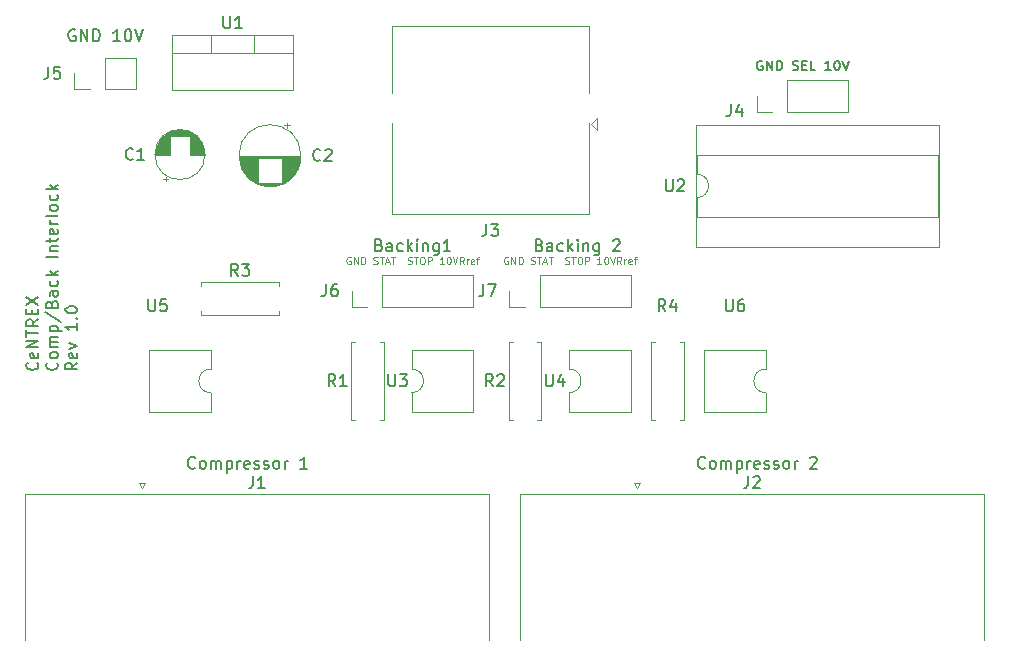
<source format=gto>
G04 #@! TF.GenerationSoftware,KiCad,Pcbnew,(6.0.0-rc1-dev-392-gd9d005190)*
G04 #@! TF.CreationDate,2019-08-06T21:11:29-04:00*
G04 #@! TF.ProjectId,relay_ctrl_compressor_bainet,72656C61795F6374726C5F636F6D7072,rev?*
G04 #@! TF.SameCoordinates,Original*
G04 #@! TF.FileFunction,Legend,Top*
G04 #@! TF.FilePolarity,Positive*
%FSLAX46Y46*%
G04 Gerber Fmt 4.6, Leading zero omitted, Abs format (unit mm)*
G04 Created by KiCad (PCBNEW (6.0.0-rc1-dev-392-gd9d005190)) date 08/06/19 21:11:29*
%MOMM*%
%LPD*%
G01*
G04 APERTURE LIST*
%ADD10C,0.150000*%
%ADD11C,0.125000*%
%ADD12C,0.120000*%
G04 APERTURE END LIST*
D10*
X143294523Y-85325000D02*
X143218333Y-85286904D01*
X143104047Y-85286904D01*
X142989761Y-85325000D01*
X142913571Y-85401190D01*
X142875476Y-85477380D01*
X142837380Y-85629761D01*
X142837380Y-85744047D01*
X142875476Y-85896428D01*
X142913571Y-85972619D01*
X142989761Y-86048809D01*
X143104047Y-86086904D01*
X143180238Y-86086904D01*
X143294523Y-86048809D01*
X143332619Y-86010714D01*
X143332619Y-85744047D01*
X143180238Y-85744047D01*
X143675476Y-86086904D02*
X143675476Y-85286904D01*
X144132619Y-86086904D01*
X144132619Y-85286904D01*
X144513571Y-86086904D02*
X144513571Y-85286904D01*
X144704047Y-85286904D01*
X144818333Y-85325000D01*
X144894523Y-85401190D01*
X144932619Y-85477380D01*
X144970714Y-85629761D01*
X144970714Y-85744047D01*
X144932619Y-85896428D01*
X144894523Y-85972619D01*
X144818333Y-86048809D01*
X144704047Y-86086904D01*
X144513571Y-86086904D01*
X145885000Y-86048809D02*
X145999285Y-86086904D01*
X146189761Y-86086904D01*
X146265952Y-86048809D01*
X146304047Y-86010714D01*
X146342142Y-85934523D01*
X146342142Y-85858333D01*
X146304047Y-85782142D01*
X146265952Y-85744047D01*
X146189761Y-85705952D01*
X146037380Y-85667857D01*
X145961190Y-85629761D01*
X145923095Y-85591666D01*
X145885000Y-85515476D01*
X145885000Y-85439285D01*
X145923095Y-85363095D01*
X145961190Y-85325000D01*
X146037380Y-85286904D01*
X146227857Y-85286904D01*
X146342142Y-85325000D01*
X146685000Y-85667857D02*
X146951666Y-85667857D01*
X147065952Y-86086904D02*
X146685000Y-86086904D01*
X146685000Y-85286904D01*
X147065952Y-85286904D01*
X147789761Y-86086904D02*
X147408809Y-86086904D01*
X147408809Y-85286904D01*
X149085000Y-86086904D02*
X148627857Y-86086904D01*
X148856428Y-86086904D02*
X148856428Y-85286904D01*
X148780238Y-85401190D01*
X148704047Y-85477380D01*
X148627857Y-85515476D01*
X149580238Y-85286904D02*
X149656428Y-85286904D01*
X149732619Y-85325000D01*
X149770714Y-85363095D01*
X149808809Y-85439285D01*
X149846904Y-85591666D01*
X149846904Y-85782142D01*
X149808809Y-85934523D01*
X149770714Y-86010714D01*
X149732619Y-86048809D01*
X149656428Y-86086904D01*
X149580238Y-86086904D01*
X149504047Y-86048809D01*
X149465952Y-86010714D01*
X149427857Y-85934523D01*
X149389761Y-85782142D01*
X149389761Y-85591666D01*
X149427857Y-85439285D01*
X149465952Y-85363095D01*
X149504047Y-85325000D01*
X149580238Y-85286904D01*
X150075476Y-85286904D02*
X150342142Y-86086904D01*
X150608809Y-85286904D01*
D11*
X108422142Y-101935000D02*
X108365000Y-101906428D01*
X108279285Y-101906428D01*
X108193571Y-101935000D01*
X108136428Y-101992142D01*
X108107857Y-102049285D01*
X108079285Y-102163571D01*
X108079285Y-102249285D01*
X108107857Y-102363571D01*
X108136428Y-102420714D01*
X108193571Y-102477857D01*
X108279285Y-102506428D01*
X108336428Y-102506428D01*
X108422142Y-102477857D01*
X108450714Y-102449285D01*
X108450714Y-102249285D01*
X108336428Y-102249285D01*
X108707857Y-102506428D02*
X108707857Y-101906428D01*
X109050714Y-102506428D01*
X109050714Y-101906428D01*
X109336428Y-102506428D02*
X109336428Y-101906428D01*
X109479285Y-101906428D01*
X109565000Y-101935000D01*
X109622142Y-101992142D01*
X109650714Y-102049285D01*
X109679285Y-102163571D01*
X109679285Y-102249285D01*
X109650714Y-102363571D01*
X109622142Y-102420714D01*
X109565000Y-102477857D01*
X109479285Y-102506428D01*
X109336428Y-102506428D01*
X110365000Y-102477857D02*
X110450714Y-102506428D01*
X110593571Y-102506428D01*
X110650714Y-102477857D01*
X110679285Y-102449285D01*
X110707857Y-102392142D01*
X110707857Y-102335000D01*
X110679285Y-102277857D01*
X110650714Y-102249285D01*
X110593571Y-102220714D01*
X110479285Y-102192142D01*
X110422142Y-102163571D01*
X110393571Y-102135000D01*
X110365000Y-102077857D01*
X110365000Y-102020714D01*
X110393571Y-101963571D01*
X110422142Y-101935000D01*
X110479285Y-101906428D01*
X110622142Y-101906428D01*
X110707857Y-101935000D01*
X110879285Y-101906428D02*
X111222142Y-101906428D01*
X111050714Y-102506428D02*
X111050714Y-101906428D01*
X111393571Y-102335000D02*
X111679285Y-102335000D01*
X111336428Y-102506428D02*
X111536428Y-101906428D01*
X111736428Y-102506428D01*
X111850714Y-101906428D02*
X112193571Y-101906428D01*
X112022142Y-102506428D02*
X112022142Y-101906428D01*
X113279285Y-102477857D02*
X113365000Y-102506428D01*
X113507857Y-102506428D01*
X113565000Y-102477857D01*
X113593571Y-102449285D01*
X113622142Y-102392142D01*
X113622142Y-102335000D01*
X113593571Y-102277857D01*
X113565000Y-102249285D01*
X113507857Y-102220714D01*
X113393571Y-102192142D01*
X113336428Y-102163571D01*
X113307857Y-102135000D01*
X113279285Y-102077857D01*
X113279285Y-102020714D01*
X113307857Y-101963571D01*
X113336428Y-101935000D01*
X113393571Y-101906428D01*
X113536428Y-101906428D01*
X113622142Y-101935000D01*
X113793571Y-101906428D02*
X114136428Y-101906428D01*
X113965000Y-102506428D02*
X113965000Y-101906428D01*
X114450714Y-101906428D02*
X114565000Y-101906428D01*
X114622142Y-101935000D01*
X114679285Y-101992142D01*
X114707857Y-102106428D01*
X114707857Y-102306428D01*
X114679285Y-102420714D01*
X114622142Y-102477857D01*
X114565000Y-102506428D01*
X114450714Y-102506428D01*
X114393571Y-102477857D01*
X114336428Y-102420714D01*
X114307857Y-102306428D01*
X114307857Y-102106428D01*
X114336428Y-101992142D01*
X114393571Y-101935000D01*
X114450714Y-101906428D01*
X114965000Y-102506428D02*
X114965000Y-101906428D01*
X115193571Y-101906428D01*
X115250714Y-101935000D01*
X115279285Y-101963571D01*
X115307857Y-102020714D01*
X115307857Y-102106428D01*
X115279285Y-102163571D01*
X115250714Y-102192142D01*
X115193571Y-102220714D01*
X114965000Y-102220714D01*
X116336428Y-102506428D02*
X115993571Y-102506428D01*
X116165000Y-102506428D02*
X116165000Y-101906428D01*
X116107857Y-101992142D01*
X116050714Y-102049285D01*
X115993571Y-102077857D01*
X116707857Y-101906428D02*
X116765000Y-101906428D01*
X116822142Y-101935000D01*
X116850714Y-101963571D01*
X116879285Y-102020714D01*
X116907857Y-102135000D01*
X116907857Y-102277857D01*
X116879285Y-102392142D01*
X116850714Y-102449285D01*
X116822142Y-102477857D01*
X116765000Y-102506428D01*
X116707857Y-102506428D01*
X116650714Y-102477857D01*
X116622142Y-102449285D01*
X116593571Y-102392142D01*
X116565000Y-102277857D01*
X116565000Y-102135000D01*
X116593571Y-102020714D01*
X116622142Y-101963571D01*
X116650714Y-101935000D01*
X116707857Y-101906428D01*
X117079285Y-101906428D02*
X117279285Y-102506428D01*
X117479285Y-101906428D01*
X118022142Y-102506428D02*
X117822142Y-102220714D01*
X117679285Y-102506428D02*
X117679285Y-101906428D01*
X117907857Y-101906428D01*
X117965000Y-101935000D01*
X117993571Y-101963571D01*
X118022142Y-102020714D01*
X118022142Y-102106428D01*
X117993571Y-102163571D01*
X117965000Y-102192142D01*
X117907857Y-102220714D01*
X117679285Y-102220714D01*
X118279285Y-102506428D02*
X118279285Y-102106428D01*
X118279285Y-102220714D02*
X118307857Y-102163571D01*
X118336428Y-102135000D01*
X118393571Y-102106428D01*
X118450714Y-102106428D01*
X118879285Y-102477857D02*
X118822142Y-102506428D01*
X118707857Y-102506428D01*
X118650714Y-102477857D01*
X118622142Y-102420714D01*
X118622142Y-102192142D01*
X118650714Y-102135000D01*
X118707857Y-102106428D01*
X118822142Y-102106428D01*
X118879285Y-102135000D01*
X118907857Y-102192142D01*
X118907857Y-102249285D01*
X118622142Y-102306428D01*
X119079285Y-102106428D02*
X119307857Y-102106428D01*
X119165000Y-102506428D02*
X119165000Y-101992142D01*
X119193571Y-101935000D01*
X119250714Y-101906428D01*
X119307857Y-101906428D01*
D10*
X81892142Y-110852976D02*
X81939761Y-110900595D01*
X81987380Y-111043452D01*
X81987380Y-111138690D01*
X81939761Y-111281547D01*
X81844523Y-111376785D01*
X81749285Y-111424404D01*
X81558809Y-111472023D01*
X81415952Y-111472023D01*
X81225476Y-111424404D01*
X81130238Y-111376785D01*
X81035000Y-111281547D01*
X80987380Y-111138690D01*
X80987380Y-111043452D01*
X81035000Y-110900595D01*
X81082619Y-110852976D01*
X81939761Y-110043452D02*
X81987380Y-110138690D01*
X81987380Y-110329166D01*
X81939761Y-110424404D01*
X81844523Y-110472023D01*
X81463571Y-110472023D01*
X81368333Y-110424404D01*
X81320714Y-110329166D01*
X81320714Y-110138690D01*
X81368333Y-110043452D01*
X81463571Y-109995833D01*
X81558809Y-109995833D01*
X81654047Y-110472023D01*
X81987380Y-109567261D02*
X80987380Y-109567261D01*
X81987380Y-108995833D01*
X80987380Y-108995833D01*
X80987380Y-108662500D02*
X80987380Y-108091071D01*
X81987380Y-108376785D02*
X80987380Y-108376785D01*
X81987380Y-107186309D02*
X81511190Y-107519642D01*
X81987380Y-107757738D02*
X80987380Y-107757738D01*
X80987380Y-107376785D01*
X81035000Y-107281547D01*
X81082619Y-107233928D01*
X81177857Y-107186309D01*
X81320714Y-107186309D01*
X81415952Y-107233928D01*
X81463571Y-107281547D01*
X81511190Y-107376785D01*
X81511190Y-107757738D01*
X81463571Y-106757738D02*
X81463571Y-106424404D01*
X81987380Y-106281547D02*
X81987380Y-106757738D01*
X80987380Y-106757738D01*
X80987380Y-106281547D01*
X80987380Y-105948214D02*
X81987380Y-105281547D01*
X80987380Y-105281547D02*
X81987380Y-105948214D01*
X83542142Y-110852976D02*
X83589761Y-110900595D01*
X83637380Y-111043452D01*
X83637380Y-111138690D01*
X83589761Y-111281547D01*
X83494523Y-111376785D01*
X83399285Y-111424404D01*
X83208809Y-111472023D01*
X83065952Y-111472023D01*
X82875476Y-111424404D01*
X82780238Y-111376785D01*
X82685000Y-111281547D01*
X82637380Y-111138690D01*
X82637380Y-111043452D01*
X82685000Y-110900595D01*
X82732619Y-110852976D01*
X83637380Y-110281547D02*
X83589761Y-110376785D01*
X83542142Y-110424404D01*
X83446904Y-110472023D01*
X83161190Y-110472023D01*
X83065952Y-110424404D01*
X83018333Y-110376785D01*
X82970714Y-110281547D01*
X82970714Y-110138690D01*
X83018333Y-110043452D01*
X83065952Y-109995833D01*
X83161190Y-109948214D01*
X83446904Y-109948214D01*
X83542142Y-109995833D01*
X83589761Y-110043452D01*
X83637380Y-110138690D01*
X83637380Y-110281547D01*
X83637380Y-109519642D02*
X82970714Y-109519642D01*
X83065952Y-109519642D02*
X83018333Y-109472023D01*
X82970714Y-109376785D01*
X82970714Y-109233928D01*
X83018333Y-109138690D01*
X83113571Y-109091071D01*
X83637380Y-109091071D01*
X83113571Y-109091071D02*
X83018333Y-109043452D01*
X82970714Y-108948214D01*
X82970714Y-108805357D01*
X83018333Y-108710119D01*
X83113571Y-108662500D01*
X83637380Y-108662500D01*
X82970714Y-108186309D02*
X83970714Y-108186309D01*
X83018333Y-108186309D02*
X82970714Y-108091071D01*
X82970714Y-107900595D01*
X83018333Y-107805357D01*
X83065952Y-107757738D01*
X83161190Y-107710119D01*
X83446904Y-107710119D01*
X83542142Y-107757738D01*
X83589761Y-107805357D01*
X83637380Y-107900595D01*
X83637380Y-108091071D01*
X83589761Y-108186309D01*
X82589761Y-106567261D02*
X83875476Y-107424404D01*
X83113571Y-105900595D02*
X83161190Y-105757738D01*
X83208809Y-105710119D01*
X83304047Y-105662500D01*
X83446904Y-105662500D01*
X83542142Y-105710119D01*
X83589761Y-105757738D01*
X83637380Y-105852976D01*
X83637380Y-106233928D01*
X82637380Y-106233928D01*
X82637380Y-105900595D01*
X82685000Y-105805357D01*
X82732619Y-105757738D01*
X82827857Y-105710119D01*
X82923095Y-105710119D01*
X83018333Y-105757738D01*
X83065952Y-105805357D01*
X83113571Y-105900595D01*
X83113571Y-106233928D01*
X83637380Y-104805357D02*
X83113571Y-104805357D01*
X83018333Y-104852976D01*
X82970714Y-104948214D01*
X82970714Y-105138690D01*
X83018333Y-105233928D01*
X83589761Y-104805357D02*
X83637380Y-104900595D01*
X83637380Y-105138690D01*
X83589761Y-105233928D01*
X83494523Y-105281547D01*
X83399285Y-105281547D01*
X83304047Y-105233928D01*
X83256428Y-105138690D01*
X83256428Y-104900595D01*
X83208809Y-104805357D01*
X83589761Y-103900595D02*
X83637380Y-103995833D01*
X83637380Y-104186309D01*
X83589761Y-104281547D01*
X83542142Y-104329166D01*
X83446904Y-104376785D01*
X83161190Y-104376785D01*
X83065952Y-104329166D01*
X83018333Y-104281547D01*
X82970714Y-104186309D01*
X82970714Y-103995833D01*
X83018333Y-103900595D01*
X83637380Y-103472023D02*
X82637380Y-103472023D01*
X83256428Y-103376785D02*
X83637380Y-103091071D01*
X82970714Y-103091071D02*
X83351666Y-103472023D01*
X83637380Y-101900595D02*
X82637380Y-101900595D01*
X82970714Y-101424404D02*
X83637380Y-101424404D01*
X83065952Y-101424404D02*
X83018333Y-101376785D01*
X82970714Y-101281547D01*
X82970714Y-101138690D01*
X83018333Y-101043452D01*
X83113571Y-100995833D01*
X83637380Y-100995833D01*
X82970714Y-100662500D02*
X82970714Y-100281547D01*
X82637380Y-100519642D02*
X83494523Y-100519642D01*
X83589761Y-100472023D01*
X83637380Y-100376785D01*
X83637380Y-100281547D01*
X83589761Y-99567261D02*
X83637380Y-99662500D01*
X83637380Y-99852976D01*
X83589761Y-99948214D01*
X83494523Y-99995833D01*
X83113571Y-99995833D01*
X83018333Y-99948214D01*
X82970714Y-99852976D01*
X82970714Y-99662500D01*
X83018333Y-99567261D01*
X83113571Y-99519642D01*
X83208809Y-99519642D01*
X83304047Y-99995833D01*
X83637380Y-99091071D02*
X82970714Y-99091071D01*
X83161190Y-99091071D02*
X83065952Y-99043452D01*
X83018333Y-98995833D01*
X82970714Y-98900595D01*
X82970714Y-98805357D01*
X83637380Y-98329166D02*
X83589761Y-98424404D01*
X83494523Y-98472023D01*
X82637380Y-98472023D01*
X83637380Y-97805357D02*
X83589761Y-97900595D01*
X83542142Y-97948214D01*
X83446904Y-97995833D01*
X83161190Y-97995833D01*
X83065952Y-97948214D01*
X83018333Y-97900595D01*
X82970714Y-97805357D01*
X82970714Y-97662500D01*
X83018333Y-97567261D01*
X83065952Y-97519642D01*
X83161190Y-97472023D01*
X83446904Y-97472023D01*
X83542142Y-97519642D01*
X83589761Y-97567261D01*
X83637380Y-97662500D01*
X83637380Y-97805357D01*
X83589761Y-96614880D02*
X83637380Y-96710119D01*
X83637380Y-96900595D01*
X83589761Y-96995833D01*
X83542142Y-97043452D01*
X83446904Y-97091071D01*
X83161190Y-97091071D01*
X83065952Y-97043452D01*
X83018333Y-96995833D01*
X82970714Y-96900595D01*
X82970714Y-96710119D01*
X83018333Y-96614880D01*
X83637380Y-96186309D02*
X82637380Y-96186309D01*
X83256428Y-96091071D02*
X83637380Y-95805357D01*
X82970714Y-95805357D02*
X83351666Y-96186309D01*
X85287380Y-110852976D02*
X84811190Y-111186309D01*
X85287380Y-111424404D02*
X84287380Y-111424404D01*
X84287380Y-111043452D01*
X84335000Y-110948214D01*
X84382619Y-110900595D01*
X84477857Y-110852976D01*
X84620714Y-110852976D01*
X84715952Y-110900595D01*
X84763571Y-110948214D01*
X84811190Y-111043452D01*
X84811190Y-111424404D01*
X85239761Y-110043452D02*
X85287380Y-110138690D01*
X85287380Y-110329166D01*
X85239761Y-110424404D01*
X85144523Y-110472023D01*
X84763571Y-110472023D01*
X84668333Y-110424404D01*
X84620714Y-110329166D01*
X84620714Y-110138690D01*
X84668333Y-110043452D01*
X84763571Y-109995833D01*
X84858809Y-109995833D01*
X84954047Y-110472023D01*
X84620714Y-109662500D02*
X85287380Y-109424404D01*
X84620714Y-109186309D01*
X85287380Y-107519642D02*
X85287380Y-108091071D01*
X85287380Y-107805357D02*
X84287380Y-107805357D01*
X84430238Y-107900595D01*
X84525476Y-107995833D01*
X84573095Y-108091071D01*
X85192142Y-107091071D02*
X85239761Y-107043452D01*
X85287380Y-107091071D01*
X85239761Y-107138690D01*
X85192142Y-107091071D01*
X85287380Y-107091071D01*
X84287380Y-106424404D02*
X84287380Y-106329166D01*
X84335000Y-106233928D01*
X84382619Y-106186309D01*
X84477857Y-106138690D01*
X84668333Y-106091071D01*
X84906428Y-106091071D01*
X85096904Y-106138690D01*
X85192142Y-106186309D01*
X85239761Y-106233928D01*
X85287380Y-106329166D01*
X85287380Y-106424404D01*
X85239761Y-106519642D01*
X85192142Y-106567261D01*
X85096904Y-106614880D01*
X84906428Y-106662500D01*
X84668333Y-106662500D01*
X84477857Y-106614880D01*
X84382619Y-106567261D01*
X84335000Y-106519642D01*
X84287380Y-106424404D01*
X85106190Y-82685000D02*
X85010952Y-82637380D01*
X84868095Y-82637380D01*
X84725238Y-82685000D01*
X84630000Y-82780238D01*
X84582380Y-82875476D01*
X84534761Y-83065952D01*
X84534761Y-83208809D01*
X84582380Y-83399285D01*
X84630000Y-83494523D01*
X84725238Y-83589761D01*
X84868095Y-83637380D01*
X84963333Y-83637380D01*
X85106190Y-83589761D01*
X85153809Y-83542142D01*
X85153809Y-83208809D01*
X84963333Y-83208809D01*
X85582380Y-83637380D02*
X85582380Y-82637380D01*
X86153809Y-83637380D01*
X86153809Y-82637380D01*
X86630000Y-83637380D02*
X86630000Y-82637380D01*
X86868095Y-82637380D01*
X87010952Y-82685000D01*
X87106190Y-82780238D01*
X87153809Y-82875476D01*
X87201428Y-83065952D01*
X87201428Y-83208809D01*
X87153809Y-83399285D01*
X87106190Y-83494523D01*
X87010952Y-83589761D01*
X86868095Y-83637380D01*
X86630000Y-83637380D01*
X88915714Y-83637380D02*
X88344285Y-83637380D01*
X88630000Y-83637380D02*
X88630000Y-82637380D01*
X88534761Y-82780238D01*
X88439523Y-82875476D01*
X88344285Y-82923095D01*
X89534761Y-82637380D02*
X89630000Y-82637380D01*
X89725238Y-82685000D01*
X89772857Y-82732619D01*
X89820476Y-82827857D01*
X89868095Y-83018333D01*
X89868095Y-83256428D01*
X89820476Y-83446904D01*
X89772857Y-83542142D01*
X89725238Y-83589761D01*
X89630000Y-83637380D01*
X89534761Y-83637380D01*
X89439523Y-83589761D01*
X89391904Y-83542142D01*
X89344285Y-83446904D01*
X89296666Y-83256428D01*
X89296666Y-83018333D01*
X89344285Y-82827857D01*
X89391904Y-82732619D01*
X89439523Y-82685000D01*
X89534761Y-82637380D01*
X90153809Y-82637380D02*
X90487142Y-83637380D01*
X90820476Y-82637380D01*
X138446428Y-119737142D02*
X138398809Y-119784761D01*
X138255952Y-119832380D01*
X138160714Y-119832380D01*
X138017857Y-119784761D01*
X137922619Y-119689523D01*
X137875000Y-119594285D01*
X137827380Y-119403809D01*
X137827380Y-119260952D01*
X137875000Y-119070476D01*
X137922619Y-118975238D01*
X138017857Y-118880000D01*
X138160714Y-118832380D01*
X138255952Y-118832380D01*
X138398809Y-118880000D01*
X138446428Y-118927619D01*
X139017857Y-119832380D02*
X138922619Y-119784761D01*
X138875000Y-119737142D01*
X138827380Y-119641904D01*
X138827380Y-119356190D01*
X138875000Y-119260952D01*
X138922619Y-119213333D01*
X139017857Y-119165714D01*
X139160714Y-119165714D01*
X139255952Y-119213333D01*
X139303571Y-119260952D01*
X139351190Y-119356190D01*
X139351190Y-119641904D01*
X139303571Y-119737142D01*
X139255952Y-119784761D01*
X139160714Y-119832380D01*
X139017857Y-119832380D01*
X139779761Y-119832380D02*
X139779761Y-119165714D01*
X139779761Y-119260952D02*
X139827380Y-119213333D01*
X139922619Y-119165714D01*
X140065476Y-119165714D01*
X140160714Y-119213333D01*
X140208333Y-119308571D01*
X140208333Y-119832380D01*
X140208333Y-119308571D02*
X140255952Y-119213333D01*
X140351190Y-119165714D01*
X140494047Y-119165714D01*
X140589285Y-119213333D01*
X140636904Y-119308571D01*
X140636904Y-119832380D01*
X141113095Y-119165714D02*
X141113095Y-120165714D01*
X141113095Y-119213333D02*
X141208333Y-119165714D01*
X141398809Y-119165714D01*
X141494047Y-119213333D01*
X141541666Y-119260952D01*
X141589285Y-119356190D01*
X141589285Y-119641904D01*
X141541666Y-119737142D01*
X141494047Y-119784761D01*
X141398809Y-119832380D01*
X141208333Y-119832380D01*
X141113095Y-119784761D01*
X142017857Y-119832380D02*
X142017857Y-119165714D01*
X142017857Y-119356190D02*
X142065476Y-119260952D01*
X142113095Y-119213333D01*
X142208333Y-119165714D01*
X142303571Y-119165714D01*
X143017857Y-119784761D02*
X142922619Y-119832380D01*
X142732142Y-119832380D01*
X142636904Y-119784761D01*
X142589285Y-119689523D01*
X142589285Y-119308571D01*
X142636904Y-119213333D01*
X142732142Y-119165714D01*
X142922619Y-119165714D01*
X143017857Y-119213333D01*
X143065476Y-119308571D01*
X143065476Y-119403809D01*
X142589285Y-119499047D01*
X143446428Y-119784761D02*
X143541666Y-119832380D01*
X143732142Y-119832380D01*
X143827380Y-119784761D01*
X143875000Y-119689523D01*
X143875000Y-119641904D01*
X143827380Y-119546666D01*
X143732142Y-119499047D01*
X143589285Y-119499047D01*
X143494047Y-119451428D01*
X143446428Y-119356190D01*
X143446428Y-119308571D01*
X143494047Y-119213333D01*
X143589285Y-119165714D01*
X143732142Y-119165714D01*
X143827380Y-119213333D01*
X144255952Y-119784761D02*
X144351190Y-119832380D01*
X144541666Y-119832380D01*
X144636904Y-119784761D01*
X144684523Y-119689523D01*
X144684523Y-119641904D01*
X144636904Y-119546666D01*
X144541666Y-119499047D01*
X144398809Y-119499047D01*
X144303571Y-119451428D01*
X144255952Y-119356190D01*
X144255952Y-119308571D01*
X144303571Y-119213333D01*
X144398809Y-119165714D01*
X144541666Y-119165714D01*
X144636904Y-119213333D01*
X145255952Y-119832380D02*
X145160714Y-119784761D01*
X145113095Y-119737142D01*
X145065476Y-119641904D01*
X145065476Y-119356190D01*
X145113095Y-119260952D01*
X145160714Y-119213333D01*
X145255952Y-119165714D01*
X145398809Y-119165714D01*
X145494047Y-119213333D01*
X145541666Y-119260952D01*
X145589285Y-119356190D01*
X145589285Y-119641904D01*
X145541666Y-119737142D01*
X145494047Y-119784761D01*
X145398809Y-119832380D01*
X145255952Y-119832380D01*
X146017857Y-119832380D02*
X146017857Y-119165714D01*
X146017857Y-119356190D02*
X146065476Y-119260952D01*
X146113095Y-119213333D01*
X146208333Y-119165714D01*
X146303571Y-119165714D01*
X147351190Y-118927619D02*
X147398809Y-118880000D01*
X147494047Y-118832380D01*
X147732142Y-118832380D01*
X147827380Y-118880000D01*
X147875000Y-118927619D01*
X147922619Y-119022857D01*
X147922619Y-119118095D01*
X147875000Y-119260952D01*
X147303571Y-119832380D01*
X147922619Y-119832380D01*
X95266428Y-119737142D02*
X95218809Y-119784761D01*
X95075952Y-119832380D01*
X94980714Y-119832380D01*
X94837857Y-119784761D01*
X94742619Y-119689523D01*
X94695000Y-119594285D01*
X94647380Y-119403809D01*
X94647380Y-119260952D01*
X94695000Y-119070476D01*
X94742619Y-118975238D01*
X94837857Y-118880000D01*
X94980714Y-118832380D01*
X95075952Y-118832380D01*
X95218809Y-118880000D01*
X95266428Y-118927619D01*
X95837857Y-119832380D02*
X95742619Y-119784761D01*
X95695000Y-119737142D01*
X95647380Y-119641904D01*
X95647380Y-119356190D01*
X95695000Y-119260952D01*
X95742619Y-119213333D01*
X95837857Y-119165714D01*
X95980714Y-119165714D01*
X96075952Y-119213333D01*
X96123571Y-119260952D01*
X96171190Y-119356190D01*
X96171190Y-119641904D01*
X96123571Y-119737142D01*
X96075952Y-119784761D01*
X95980714Y-119832380D01*
X95837857Y-119832380D01*
X96599761Y-119832380D02*
X96599761Y-119165714D01*
X96599761Y-119260952D02*
X96647380Y-119213333D01*
X96742619Y-119165714D01*
X96885476Y-119165714D01*
X96980714Y-119213333D01*
X97028333Y-119308571D01*
X97028333Y-119832380D01*
X97028333Y-119308571D02*
X97075952Y-119213333D01*
X97171190Y-119165714D01*
X97314047Y-119165714D01*
X97409285Y-119213333D01*
X97456904Y-119308571D01*
X97456904Y-119832380D01*
X97933095Y-119165714D02*
X97933095Y-120165714D01*
X97933095Y-119213333D02*
X98028333Y-119165714D01*
X98218809Y-119165714D01*
X98314047Y-119213333D01*
X98361666Y-119260952D01*
X98409285Y-119356190D01*
X98409285Y-119641904D01*
X98361666Y-119737142D01*
X98314047Y-119784761D01*
X98218809Y-119832380D01*
X98028333Y-119832380D01*
X97933095Y-119784761D01*
X98837857Y-119832380D02*
X98837857Y-119165714D01*
X98837857Y-119356190D02*
X98885476Y-119260952D01*
X98933095Y-119213333D01*
X99028333Y-119165714D01*
X99123571Y-119165714D01*
X99837857Y-119784761D02*
X99742619Y-119832380D01*
X99552142Y-119832380D01*
X99456904Y-119784761D01*
X99409285Y-119689523D01*
X99409285Y-119308571D01*
X99456904Y-119213333D01*
X99552142Y-119165714D01*
X99742619Y-119165714D01*
X99837857Y-119213333D01*
X99885476Y-119308571D01*
X99885476Y-119403809D01*
X99409285Y-119499047D01*
X100266428Y-119784761D02*
X100361666Y-119832380D01*
X100552142Y-119832380D01*
X100647380Y-119784761D01*
X100695000Y-119689523D01*
X100695000Y-119641904D01*
X100647380Y-119546666D01*
X100552142Y-119499047D01*
X100409285Y-119499047D01*
X100314047Y-119451428D01*
X100266428Y-119356190D01*
X100266428Y-119308571D01*
X100314047Y-119213333D01*
X100409285Y-119165714D01*
X100552142Y-119165714D01*
X100647380Y-119213333D01*
X101075952Y-119784761D02*
X101171190Y-119832380D01*
X101361666Y-119832380D01*
X101456904Y-119784761D01*
X101504523Y-119689523D01*
X101504523Y-119641904D01*
X101456904Y-119546666D01*
X101361666Y-119499047D01*
X101218809Y-119499047D01*
X101123571Y-119451428D01*
X101075952Y-119356190D01*
X101075952Y-119308571D01*
X101123571Y-119213333D01*
X101218809Y-119165714D01*
X101361666Y-119165714D01*
X101456904Y-119213333D01*
X102075952Y-119832380D02*
X101980714Y-119784761D01*
X101933095Y-119737142D01*
X101885476Y-119641904D01*
X101885476Y-119356190D01*
X101933095Y-119260952D01*
X101980714Y-119213333D01*
X102075952Y-119165714D01*
X102218809Y-119165714D01*
X102314047Y-119213333D01*
X102361666Y-119260952D01*
X102409285Y-119356190D01*
X102409285Y-119641904D01*
X102361666Y-119737142D01*
X102314047Y-119784761D01*
X102218809Y-119832380D01*
X102075952Y-119832380D01*
X102837857Y-119832380D02*
X102837857Y-119165714D01*
X102837857Y-119356190D02*
X102885476Y-119260952D01*
X102933095Y-119213333D01*
X103028333Y-119165714D01*
X103123571Y-119165714D01*
X104742619Y-119832380D02*
X104171190Y-119832380D01*
X104456904Y-119832380D02*
X104456904Y-118832380D01*
X104361666Y-118975238D01*
X104266428Y-119070476D01*
X104171190Y-119118095D01*
D11*
X121757142Y-101935000D02*
X121700000Y-101906428D01*
X121614285Y-101906428D01*
X121528571Y-101935000D01*
X121471428Y-101992142D01*
X121442857Y-102049285D01*
X121414285Y-102163571D01*
X121414285Y-102249285D01*
X121442857Y-102363571D01*
X121471428Y-102420714D01*
X121528571Y-102477857D01*
X121614285Y-102506428D01*
X121671428Y-102506428D01*
X121757142Y-102477857D01*
X121785714Y-102449285D01*
X121785714Y-102249285D01*
X121671428Y-102249285D01*
X122042857Y-102506428D02*
X122042857Y-101906428D01*
X122385714Y-102506428D01*
X122385714Y-101906428D01*
X122671428Y-102506428D02*
X122671428Y-101906428D01*
X122814285Y-101906428D01*
X122900000Y-101935000D01*
X122957142Y-101992142D01*
X122985714Y-102049285D01*
X123014285Y-102163571D01*
X123014285Y-102249285D01*
X122985714Y-102363571D01*
X122957142Y-102420714D01*
X122900000Y-102477857D01*
X122814285Y-102506428D01*
X122671428Y-102506428D01*
X123700000Y-102477857D02*
X123785714Y-102506428D01*
X123928571Y-102506428D01*
X123985714Y-102477857D01*
X124014285Y-102449285D01*
X124042857Y-102392142D01*
X124042857Y-102335000D01*
X124014285Y-102277857D01*
X123985714Y-102249285D01*
X123928571Y-102220714D01*
X123814285Y-102192142D01*
X123757142Y-102163571D01*
X123728571Y-102135000D01*
X123700000Y-102077857D01*
X123700000Y-102020714D01*
X123728571Y-101963571D01*
X123757142Y-101935000D01*
X123814285Y-101906428D01*
X123957142Y-101906428D01*
X124042857Y-101935000D01*
X124214285Y-101906428D02*
X124557142Y-101906428D01*
X124385714Y-102506428D02*
X124385714Y-101906428D01*
X124728571Y-102335000D02*
X125014285Y-102335000D01*
X124671428Y-102506428D02*
X124871428Y-101906428D01*
X125071428Y-102506428D01*
X125185714Y-101906428D02*
X125528571Y-101906428D01*
X125357142Y-102506428D02*
X125357142Y-101906428D01*
X126614285Y-102477857D02*
X126700000Y-102506428D01*
X126842857Y-102506428D01*
X126900000Y-102477857D01*
X126928571Y-102449285D01*
X126957142Y-102392142D01*
X126957142Y-102335000D01*
X126928571Y-102277857D01*
X126900000Y-102249285D01*
X126842857Y-102220714D01*
X126728571Y-102192142D01*
X126671428Y-102163571D01*
X126642857Y-102135000D01*
X126614285Y-102077857D01*
X126614285Y-102020714D01*
X126642857Y-101963571D01*
X126671428Y-101935000D01*
X126728571Y-101906428D01*
X126871428Y-101906428D01*
X126957142Y-101935000D01*
X127128571Y-101906428D02*
X127471428Y-101906428D01*
X127300000Y-102506428D02*
X127300000Y-101906428D01*
X127785714Y-101906428D02*
X127900000Y-101906428D01*
X127957142Y-101935000D01*
X128014285Y-101992142D01*
X128042857Y-102106428D01*
X128042857Y-102306428D01*
X128014285Y-102420714D01*
X127957142Y-102477857D01*
X127900000Y-102506428D01*
X127785714Y-102506428D01*
X127728571Y-102477857D01*
X127671428Y-102420714D01*
X127642857Y-102306428D01*
X127642857Y-102106428D01*
X127671428Y-101992142D01*
X127728571Y-101935000D01*
X127785714Y-101906428D01*
X128300000Y-102506428D02*
X128300000Y-101906428D01*
X128528571Y-101906428D01*
X128585714Y-101935000D01*
X128614285Y-101963571D01*
X128642857Y-102020714D01*
X128642857Y-102106428D01*
X128614285Y-102163571D01*
X128585714Y-102192142D01*
X128528571Y-102220714D01*
X128300000Y-102220714D01*
X129671428Y-102506428D02*
X129328571Y-102506428D01*
X129500000Y-102506428D02*
X129500000Y-101906428D01*
X129442857Y-101992142D01*
X129385714Y-102049285D01*
X129328571Y-102077857D01*
X130042857Y-101906428D02*
X130100000Y-101906428D01*
X130157142Y-101935000D01*
X130185714Y-101963571D01*
X130214285Y-102020714D01*
X130242857Y-102135000D01*
X130242857Y-102277857D01*
X130214285Y-102392142D01*
X130185714Y-102449285D01*
X130157142Y-102477857D01*
X130100000Y-102506428D01*
X130042857Y-102506428D01*
X129985714Y-102477857D01*
X129957142Y-102449285D01*
X129928571Y-102392142D01*
X129900000Y-102277857D01*
X129900000Y-102135000D01*
X129928571Y-102020714D01*
X129957142Y-101963571D01*
X129985714Y-101935000D01*
X130042857Y-101906428D01*
X130414285Y-101906428D02*
X130614285Y-102506428D01*
X130814285Y-101906428D01*
X131357142Y-102506428D02*
X131157142Y-102220714D01*
X131014285Y-102506428D02*
X131014285Y-101906428D01*
X131242857Y-101906428D01*
X131300000Y-101935000D01*
X131328571Y-101963571D01*
X131357142Y-102020714D01*
X131357142Y-102106428D01*
X131328571Y-102163571D01*
X131300000Y-102192142D01*
X131242857Y-102220714D01*
X131014285Y-102220714D01*
X131614285Y-102506428D02*
X131614285Y-102106428D01*
X131614285Y-102220714D02*
X131642857Y-102163571D01*
X131671428Y-102135000D01*
X131728571Y-102106428D01*
X131785714Y-102106428D01*
X132214285Y-102477857D02*
X132157142Y-102506428D01*
X132042857Y-102506428D01*
X131985714Y-102477857D01*
X131957142Y-102420714D01*
X131957142Y-102192142D01*
X131985714Y-102135000D01*
X132042857Y-102106428D01*
X132157142Y-102106428D01*
X132214285Y-102135000D01*
X132242857Y-102192142D01*
X132242857Y-102249285D01*
X131957142Y-102306428D01*
X132414285Y-102106428D02*
X132642857Y-102106428D01*
X132500000Y-102506428D02*
X132500000Y-101992142D01*
X132528571Y-101935000D01*
X132585714Y-101906428D01*
X132642857Y-101906428D01*
D10*
X110831666Y-100893571D02*
X110974523Y-100941190D01*
X111022142Y-100988809D01*
X111069761Y-101084047D01*
X111069761Y-101226904D01*
X111022142Y-101322142D01*
X110974523Y-101369761D01*
X110879285Y-101417380D01*
X110498333Y-101417380D01*
X110498333Y-100417380D01*
X110831666Y-100417380D01*
X110926904Y-100465000D01*
X110974523Y-100512619D01*
X111022142Y-100607857D01*
X111022142Y-100703095D01*
X110974523Y-100798333D01*
X110926904Y-100845952D01*
X110831666Y-100893571D01*
X110498333Y-100893571D01*
X111926904Y-101417380D02*
X111926904Y-100893571D01*
X111879285Y-100798333D01*
X111784047Y-100750714D01*
X111593571Y-100750714D01*
X111498333Y-100798333D01*
X111926904Y-101369761D02*
X111831666Y-101417380D01*
X111593571Y-101417380D01*
X111498333Y-101369761D01*
X111450714Y-101274523D01*
X111450714Y-101179285D01*
X111498333Y-101084047D01*
X111593571Y-101036428D01*
X111831666Y-101036428D01*
X111926904Y-100988809D01*
X112831666Y-101369761D02*
X112736428Y-101417380D01*
X112545952Y-101417380D01*
X112450714Y-101369761D01*
X112403095Y-101322142D01*
X112355476Y-101226904D01*
X112355476Y-100941190D01*
X112403095Y-100845952D01*
X112450714Y-100798333D01*
X112545952Y-100750714D01*
X112736428Y-100750714D01*
X112831666Y-100798333D01*
X113260238Y-101417380D02*
X113260238Y-100417380D01*
X113355476Y-101036428D02*
X113641190Y-101417380D01*
X113641190Y-100750714D02*
X113260238Y-101131666D01*
X114069761Y-101417380D02*
X114069761Y-100750714D01*
X114069761Y-100417380D02*
X114022142Y-100465000D01*
X114069761Y-100512619D01*
X114117380Y-100465000D01*
X114069761Y-100417380D01*
X114069761Y-100512619D01*
X114545952Y-100750714D02*
X114545952Y-101417380D01*
X114545952Y-100845952D02*
X114593571Y-100798333D01*
X114688809Y-100750714D01*
X114831666Y-100750714D01*
X114926904Y-100798333D01*
X114974523Y-100893571D01*
X114974523Y-101417380D01*
X115879285Y-100750714D02*
X115879285Y-101560238D01*
X115831666Y-101655476D01*
X115784047Y-101703095D01*
X115688809Y-101750714D01*
X115545952Y-101750714D01*
X115450714Y-101703095D01*
X115879285Y-101369761D02*
X115784047Y-101417380D01*
X115593571Y-101417380D01*
X115498333Y-101369761D01*
X115450714Y-101322142D01*
X115403095Y-101226904D01*
X115403095Y-100941190D01*
X115450714Y-100845952D01*
X115498333Y-100798333D01*
X115593571Y-100750714D01*
X115784047Y-100750714D01*
X115879285Y-100798333D01*
X116879285Y-101417380D02*
X116307857Y-101417380D01*
X116593571Y-101417380D02*
X116593571Y-100417380D01*
X116498333Y-100560238D01*
X116403095Y-100655476D01*
X116307857Y-100703095D01*
X124420714Y-100893571D02*
X124563571Y-100941190D01*
X124611190Y-100988809D01*
X124658809Y-101084047D01*
X124658809Y-101226904D01*
X124611190Y-101322142D01*
X124563571Y-101369761D01*
X124468333Y-101417380D01*
X124087380Y-101417380D01*
X124087380Y-100417380D01*
X124420714Y-100417380D01*
X124515952Y-100465000D01*
X124563571Y-100512619D01*
X124611190Y-100607857D01*
X124611190Y-100703095D01*
X124563571Y-100798333D01*
X124515952Y-100845952D01*
X124420714Y-100893571D01*
X124087380Y-100893571D01*
X125515952Y-101417380D02*
X125515952Y-100893571D01*
X125468333Y-100798333D01*
X125373095Y-100750714D01*
X125182619Y-100750714D01*
X125087380Y-100798333D01*
X125515952Y-101369761D02*
X125420714Y-101417380D01*
X125182619Y-101417380D01*
X125087380Y-101369761D01*
X125039761Y-101274523D01*
X125039761Y-101179285D01*
X125087380Y-101084047D01*
X125182619Y-101036428D01*
X125420714Y-101036428D01*
X125515952Y-100988809D01*
X126420714Y-101369761D02*
X126325476Y-101417380D01*
X126135000Y-101417380D01*
X126039761Y-101369761D01*
X125992142Y-101322142D01*
X125944523Y-101226904D01*
X125944523Y-100941190D01*
X125992142Y-100845952D01*
X126039761Y-100798333D01*
X126135000Y-100750714D01*
X126325476Y-100750714D01*
X126420714Y-100798333D01*
X126849285Y-101417380D02*
X126849285Y-100417380D01*
X126944523Y-101036428D02*
X127230238Y-101417380D01*
X127230238Y-100750714D02*
X126849285Y-101131666D01*
X127658809Y-101417380D02*
X127658809Y-100750714D01*
X127658809Y-100417380D02*
X127611190Y-100465000D01*
X127658809Y-100512619D01*
X127706428Y-100465000D01*
X127658809Y-100417380D01*
X127658809Y-100512619D01*
X128135000Y-100750714D02*
X128135000Y-101417380D01*
X128135000Y-100845952D02*
X128182619Y-100798333D01*
X128277857Y-100750714D01*
X128420714Y-100750714D01*
X128515952Y-100798333D01*
X128563571Y-100893571D01*
X128563571Y-101417380D01*
X129468333Y-100750714D02*
X129468333Y-101560238D01*
X129420714Y-101655476D01*
X129373095Y-101703095D01*
X129277857Y-101750714D01*
X129135000Y-101750714D01*
X129039761Y-101703095D01*
X129468333Y-101369761D02*
X129373095Y-101417380D01*
X129182619Y-101417380D01*
X129087380Y-101369761D01*
X129039761Y-101322142D01*
X128992142Y-101226904D01*
X128992142Y-100941190D01*
X129039761Y-100845952D01*
X129087380Y-100798333D01*
X129182619Y-100750714D01*
X129373095Y-100750714D01*
X129468333Y-100798333D01*
X130658809Y-100512619D02*
X130706428Y-100465000D01*
X130801666Y-100417380D01*
X131039761Y-100417380D01*
X131135000Y-100465000D01*
X131182619Y-100512619D01*
X131230238Y-100607857D01*
X131230238Y-100703095D01*
X131182619Y-100845952D01*
X130611190Y-101417380D01*
X131230238Y-101417380D01*
D12*
G04 #@! TO.C,J2*
X132715000Y-121503675D02*
X132465000Y-121070662D01*
X132965000Y-121070662D02*
X132715000Y-121503675D01*
X132465000Y-121070662D02*
X132965000Y-121070662D01*
X162070000Y-121965000D02*
X162070000Y-134305000D01*
X122750000Y-121965000D02*
X162070000Y-121965000D01*
X122750000Y-134305000D02*
X122750000Y-121965000D01*
G04 #@! TO.C,J1*
X90805000Y-121503675D02*
X90555000Y-121070662D01*
X91055000Y-121070662D02*
X90805000Y-121503675D01*
X90555000Y-121070662D02*
X91055000Y-121070662D01*
X120160000Y-121965000D02*
X120160000Y-134305000D01*
X80840000Y-121965000D02*
X120160000Y-121965000D01*
X80840000Y-134305000D02*
X80840000Y-121965000D01*
G04 #@! TO.C,R3*
X102330000Y-106780000D02*
X102330000Y-106450000D01*
X95790000Y-106780000D02*
X102330000Y-106780000D01*
X95790000Y-106450000D02*
X95790000Y-106780000D01*
X102330000Y-104040000D02*
X102330000Y-104370000D01*
X95790000Y-104040000D02*
X102330000Y-104040000D01*
X95790000Y-104370000D02*
X95790000Y-104040000D01*
G04 #@! TO.C,U5*
X96580000Y-115045000D02*
X96580000Y-113395000D01*
X91380000Y-115045000D02*
X96580000Y-115045000D01*
X91380000Y-109745000D02*
X91380000Y-115045000D01*
X96580000Y-109745000D02*
X91380000Y-109745000D01*
X96580000Y-111395000D02*
X96580000Y-109745000D01*
X96580000Y-113395000D02*
G75*
G02X96580000Y-111395000I0J1000000D01*
G01*
G04 #@! TO.C,U6*
X143570000Y-115045000D02*
X143570000Y-113395000D01*
X138370000Y-115045000D02*
X143570000Y-115045000D01*
X138370000Y-109745000D02*
X138370000Y-115045000D01*
X143570000Y-109745000D02*
X138370000Y-109745000D01*
X143570000Y-111395000D02*
X143570000Y-109745000D01*
X143570000Y-113395000D02*
G75*
G02X143570000Y-111395000I0J1000000D01*
G01*
G04 #@! TO.C,U4*
X126940000Y-109745000D02*
X126940000Y-111395000D01*
X132140000Y-109745000D02*
X126940000Y-109745000D01*
X132140000Y-115045000D02*
X132140000Y-109745000D01*
X126940000Y-115045000D02*
X132140000Y-115045000D01*
X126940000Y-113395000D02*
X126940000Y-115045000D01*
X126940000Y-111395000D02*
G75*
G02X126940000Y-113395000I0J-1000000D01*
G01*
G04 #@! TO.C,U3*
X113605000Y-109745000D02*
X113605000Y-111395000D01*
X118805000Y-109745000D02*
X113605000Y-109745000D01*
X118805000Y-115045000D02*
X118805000Y-109745000D01*
X113605000Y-115045000D02*
X118805000Y-115045000D01*
X113605000Y-113395000D02*
X113605000Y-115045000D01*
X113605000Y-111395000D02*
G75*
G02X113605000Y-113395000I0J-1000000D01*
G01*
G04 #@! TO.C,U2*
X137675000Y-90745000D02*
X137675000Y-101025000D01*
X158235000Y-90745000D02*
X137675000Y-90745000D01*
X158235000Y-101025000D02*
X158235000Y-90745000D01*
X137675000Y-101025000D02*
X158235000Y-101025000D01*
X137735000Y-93235000D02*
X137735000Y-94885000D01*
X158175000Y-93235000D02*
X137735000Y-93235000D01*
X158175000Y-98535000D02*
X158175000Y-93235000D01*
X137735000Y-98535000D02*
X158175000Y-98535000D01*
X137735000Y-96885000D02*
X137735000Y-98535000D01*
X137735000Y-94885000D02*
G75*
G02X137735000Y-96885000I0J-1000000D01*
G01*
G04 #@! TO.C,U1*
X100276000Y-83090000D02*
X100276000Y-84600000D01*
X96575000Y-83090000D02*
X96575000Y-84600000D01*
X93305000Y-84600000D02*
X103545000Y-84600000D01*
X103545000Y-83090000D02*
X103545000Y-87731000D01*
X93305000Y-83090000D02*
X93305000Y-87731000D01*
X93305000Y-87731000D02*
X103545000Y-87731000D01*
X93305000Y-83090000D02*
X103545000Y-83090000D01*
G04 #@! TO.C,R4*
X133885000Y-115665000D02*
X134215000Y-115665000D01*
X133885000Y-109125000D02*
X133885000Y-115665000D01*
X134215000Y-109125000D02*
X133885000Y-109125000D01*
X136625000Y-115665000D02*
X136295000Y-115665000D01*
X136625000Y-109125000D02*
X136625000Y-115665000D01*
X136295000Y-109125000D02*
X136625000Y-109125000D01*
G04 #@! TO.C,R2*
X124560000Y-109125000D02*
X124230000Y-109125000D01*
X124560000Y-115665000D02*
X124560000Y-109125000D01*
X124230000Y-115665000D02*
X124560000Y-115665000D01*
X121820000Y-109125000D02*
X122150000Y-109125000D01*
X121820000Y-115665000D02*
X121820000Y-109125000D01*
X122150000Y-115665000D02*
X121820000Y-115665000D01*
G04 #@! TO.C,R1*
X111225000Y-109125000D02*
X110895000Y-109125000D01*
X111225000Y-115665000D02*
X111225000Y-109125000D01*
X110895000Y-115665000D02*
X111225000Y-115665000D01*
X108485000Y-109125000D02*
X108815000Y-109125000D01*
X108485000Y-115665000D02*
X108485000Y-109125000D01*
X108815000Y-115665000D02*
X108485000Y-115665000D01*
G04 #@! TO.C,J7*
X121860000Y-106105000D02*
X121860000Y-104775000D01*
X123190000Y-106105000D02*
X121860000Y-106105000D01*
X124460000Y-106105000D02*
X124460000Y-103445000D01*
X124460000Y-103445000D02*
X132140000Y-103445000D01*
X124460000Y-106105000D02*
X132140000Y-106105000D01*
X132140000Y-106105000D02*
X132140000Y-103445000D01*
G04 #@! TO.C,J6*
X108525000Y-106105000D02*
X108525000Y-104775000D01*
X109855000Y-106105000D02*
X108525000Y-106105000D01*
X111125000Y-106105000D02*
X111125000Y-103445000D01*
X111125000Y-103445000D02*
X118805000Y-103445000D01*
X111125000Y-106105000D02*
X118805000Y-106105000D01*
X118805000Y-106105000D02*
X118805000Y-103445000D01*
G04 #@! TO.C,J5*
X85030000Y-87690000D02*
X85030000Y-86360000D01*
X86360000Y-87690000D02*
X85030000Y-87690000D01*
X87630000Y-87690000D02*
X87630000Y-85030000D01*
X87630000Y-85030000D02*
X90230000Y-85030000D01*
X87630000Y-87690000D02*
X90230000Y-87690000D01*
X90230000Y-87690000D02*
X90230000Y-85030000D01*
G04 #@! TO.C,J4*
X142815000Y-89595000D02*
X142815000Y-88265000D01*
X144145000Y-89595000D02*
X142815000Y-89595000D01*
X145415000Y-89595000D02*
X145415000Y-86935000D01*
X145415000Y-86935000D02*
X150555000Y-86935000D01*
X145415000Y-89595000D02*
X150555000Y-89595000D01*
X150555000Y-89595000D02*
X150555000Y-86935000D01*
G04 #@! TO.C,J3*
X129325000Y-91170000D02*
X128825000Y-90670000D01*
X129325000Y-90170000D02*
X129325000Y-91170000D01*
X128825000Y-90670000D02*
X129325000Y-90170000D01*
X111945000Y-82355000D02*
X111945000Y-88030000D01*
X128585000Y-82355000D02*
X128585000Y-88030000D01*
X128585000Y-82355000D02*
X111945000Y-82355000D01*
X111945000Y-98235000D02*
X111945000Y-90530000D01*
X128585000Y-98235000D02*
X128585000Y-90530000D01*
X128585000Y-98235000D02*
X111945000Y-98235000D01*
G04 #@! TO.C,C2*
X103325000Y-90770225D02*
X102825000Y-90770225D01*
X103075000Y-90520225D02*
X103075000Y-91020225D01*
X101884000Y-95926000D02*
X101316000Y-95926000D01*
X102118000Y-95886000D02*
X101082000Y-95886000D01*
X102277000Y-95846000D02*
X100923000Y-95846000D01*
X102405000Y-95806000D02*
X100795000Y-95806000D01*
X102515000Y-95766000D02*
X100685000Y-95766000D01*
X102611000Y-95726000D02*
X100589000Y-95726000D01*
X102698000Y-95686000D02*
X100502000Y-95686000D01*
X102778000Y-95646000D02*
X100422000Y-95646000D01*
X100560000Y-95606000D02*
X100349000Y-95606000D01*
X102851000Y-95606000D02*
X102640000Y-95606000D01*
X100560000Y-95566000D02*
X100281000Y-95566000D01*
X102919000Y-95566000D02*
X102640000Y-95566000D01*
X100560000Y-95526000D02*
X100217000Y-95526000D01*
X102983000Y-95526000D02*
X102640000Y-95526000D01*
X100560000Y-95486000D02*
X100157000Y-95486000D01*
X103043000Y-95486000D02*
X102640000Y-95486000D01*
X100560000Y-95446000D02*
X100100000Y-95446000D01*
X103100000Y-95446000D02*
X102640000Y-95446000D01*
X100560000Y-95406000D02*
X100046000Y-95406000D01*
X103154000Y-95406000D02*
X102640000Y-95406000D01*
X100560000Y-95366000D02*
X99995000Y-95366000D01*
X103205000Y-95366000D02*
X102640000Y-95366000D01*
X100560000Y-95326000D02*
X99947000Y-95326000D01*
X103253000Y-95326000D02*
X102640000Y-95326000D01*
X100560000Y-95286000D02*
X99901000Y-95286000D01*
X103299000Y-95286000D02*
X102640000Y-95286000D01*
X100560000Y-95246000D02*
X99857000Y-95246000D01*
X103343000Y-95246000D02*
X102640000Y-95246000D01*
X100560000Y-95206000D02*
X99815000Y-95206000D01*
X103385000Y-95206000D02*
X102640000Y-95206000D01*
X100560000Y-95166000D02*
X99774000Y-95166000D01*
X103426000Y-95166000D02*
X102640000Y-95166000D01*
X100560000Y-95126000D02*
X99736000Y-95126000D01*
X103464000Y-95126000D02*
X102640000Y-95126000D01*
X100560000Y-95086000D02*
X99699000Y-95086000D01*
X103501000Y-95086000D02*
X102640000Y-95086000D01*
X100560000Y-95046000D02*
X99663000Y-95046000D01*
X103537000Y-95046000D02*
X102640000Y-95046000D01*
X100560000Y-95006000D02*
X99629000Y-95006000D01*
X103571000Y-95006000D02*
X102640000Y-95006000D01*
X100560000Y-94966000D02*
X99596000Y-94966000D01*
X103604000Y-94966000D02*
X102640000Y-94966000D01*
X100560000Y-94926000D02*
X99565000Y-94926000D01*
X103635000Y-94926000D02*
X102640000Y-94926000D01*
X100560000Y-94886000D02*
X99535000Y-94886000D01*
X103665000Y-94886000D02*
X102640000Y-94886000D01*
X100560000Y-94846000D02*
X99505000Y-94846000D01*
X103695000Y-94846000D02*
X102640000Y-94846000D01*
X100560000Y-94806000D02*
X99478000Y-94806000D01*
X103722000Y-94806000D02*
X102640000Y-94806000D01*
X100560000Y-94766000D02*
X99451000Y-94766000D01*
X103749000Y-94766000D02*
X102640000Y-94766000D01*
X100560000Y-94726000D02*
X99425000Y-94726000D01*
X103775000Y-94726000D02*
X102640000Y-94726000D01*
X100560000Y-94686000D02*
X99400000Y-94686000D01*
X103800000Y-94686000D02*
X102640000Y-94686000D01*
X100560000Y-94646000D02*
X99376000Y-94646000D01*
X103824000Y-94646000D02*
X102640000Y-94646000D01*
X100560000Y-94606000D02*
X99353000Y-94606000D01*
X103847000Y-94606000D02*
X102640000Y-94606000D01*
X100560000Y-94566000D02*
X99332000Y-94566000D01*
X103868000Y-94566000D02*
X102640000Y-94566000D01*
X100560000Y-94526000D02*
X99310000Y-94526000D01*
X103890000Y-94526000D02*
X102640000Y-94526000D01*
X100560000Y-94486000D02*
X99290000Y-94486000D01*
X103910000Y-94486000D02*
X102640000Y-94486000D01*
X100560000Y-94446000D02*
X99271000Y-94446000D01*
X103929000Y-94446000D02*
X102640000Y-94446000D01*
X100560000Y-94406000D02*
X99252000Y-94406000D01*
X103948000Y-94406000D02*
X102640000Y-94406000D01*
X100560000Y-94366000D02*
X99235000Y-94366000D01*
X103965000Y-94366000D02*
X102640000Y-94366000D01*
X100560000Y-94326000D02*
X99218000Y-94326000D01*
X103982000Y-94326000D02*
X102640000Y-94326000D01*
X100560000Y-94286000D02*
X99202000Y-94286000D01*
X103998000Y-94286000D02*
X102640000Y-94286000D01*
X100560000Y-94246000D02*
X99186000Y-94246000D01*
X104014000Y-94246000D02*
X102640000Y-94246000D01*
X100560000Y-94206000D02*
X99172000Y-94206000D01*
X104028000Y-94206000D02*
X102640000Y-94206000D01*
X100560000Y-94166000D02*
X99158000Y-94166000D01*
X104042000Y-94166000D02*
X102640000Y-94166000D01*
X100560000Y-94126000D02*
X99145000Y-94126000D01*
X104055000Y-94126000D02*
X102640000Y-94126000D01*
X100560000Y-94086000D02*
X99132000Y-94086000D01*
X104068000Y-94086000D02*
X102640000Y-94086000D01*
X100560000Y-94046000D02*
X99120000Y-94046000D01*
X104080000Y-94046000D02*
X102640000Y-94046000D01*
X100560000Y-94005000D02*
X99109000Y-94005000D01*
X104091000Y-94005000D02*
X102640000Y-94005000D01*
X100560000Y-93965000D02*
X99099000Y-93965000D01*
X104101000Y-93965000D02*
X102640000Y-93965000D01*
X100560000Y-93925000D02*
X99089000Y-93925000D01*
X104111000Y-93925000D02*
X102640000Y-93925000D01*
X100560000Y-93885000D02*
X99080000Y-93885000D01*
X104120000Y-93885000D02*
X102640000Y-93885000D01*
X100560000Y-93845000D02*
X99072000Y-93845000D01*
X104128000Y-93845000D02*
X102640000Y-93845000D01*
X100560000Y-93805000D02*
X99064000Y-93805000D01*
X104136000Y-93805000D02*
X102640000Y-93805000D01*
X100560000Y-93765000D02*
X99057000Y-93765000D01*
X104143000Y-93765000D02*
X102640000Y-93765000D01*
X100560000Y-93725000D02*
X99050000Y-93725000D01*
X104150000Y-93725000D02*
X102640000Y-93725000D01*
X100560000Y-93685000D02*
X99044000Y-93685000D01*
X104156000Y-93685000D02*
X102640000Y-93685000D01*
X100560000Y-93645000D02*
X99039000Y-93645000D01*
X104161000Y-93645000D02*
X102640000Y-93645000D01*
X100560000Y-93605000D02*
X99035000Y-93605000D01*
X104165000Y-93605000D02*
X102640000Y-93605000D01*
X100560000Y-93565000D02*
X99031000Y-93565000D01*
X104169000Y-93565000D02*
X102640000Y-93565000D01*
X104173000Y-93525000D02*
X99027000Y-93525000D01*
X104176000Y-93485000D02*
X99024000Y-93485000D01*
X104178000Y-93445000D02*
X99022000Y-93445000D01*
X104179000Y-93405000D02*
X99021000Y-93405000D01*
X104180000Y-93365000D02*
X99020000Y-93365000D01*
X104180000Y-93325000D02*
X99020000Y-93325000D01*
X104220000Y-93325000D02*
G75*
G03X104220000Y-93325000I-2620000J0D01*
G01*
G04 #@! TO.C,C1*
X92585000Y-95299801D02*
X92985000Y-95299801D01*
X92785000Y-95499801D02*
X92785000Y-95099801D01*
X93610000Y-91149000D02*
X94350000Y-91149000D01*
X93443000Y-91189000D02*
X94517000Y-91189000D01*
X93316000Y-91229000D02*
X94644000Y-91229000D01*
X93212000Y-91269000D02*
X94748000Y-91269000D01*
X93121000Y-91309000D02*
X94839000Y-91309000D01*
X93040000Y-91349000D02*
X94920000Y-91349000D01*
X92967000Y-91389000D02*
X94993000Y-91389000D01*
X92900000Y-91429000D02*
X95060000Y-91429000D01*
X92838000Y-91469000D02*
X95122000Y-91469000D01*
X92780000Y-91509000D02*
X95180000Y-91509000D01*
X92726000Y-91549000D02*
X95234000Y-91549000D01*
X92676000Y-91589000D02*
X95284000Y-91589000D01*
X92629000Y-91629000D02*
X95331000Y-91629000D01*
X94820000Y-91669000D02*
X95376000Y-91669000D01*
X92584000Y-91669000D02*
X93140000Y-91669000D01*
X94820000Y-91709000D02*
X95418000Y-91709000D01*
X92542000Y-91709000D02*
X93140000Y-91709000D01*
X94820000Y-91749000D02*
X95458000Y-91749000D01*
X92502000Y-91749000D02*
X93140000Y-91749000D01*
X94820000Y-91789000D02*
X95496000Y-91789000D01*
X92464000Y-91789000D02*
X93140000Y-91789000D01*
X94820000Y-91829000D02*
X95532000Y-91829000D01*
X92428000Y-91829000D02*
X93140000Y-91829000D01*
X94820000Y-91869000D02*
X95567000Y-91869000D01*
X92393000Y-91869000D02*
X93140000Y-91869000D01*
X94820000Y-91909000D02*
X95599000Y-91909000D01*
X92361000Y-91909000D02*
X93140000Y-91909000D01*
X94820000Y-91949000D02*
X95630000Y-91949000D01*
X92330000Y-91949000D02*
X93140000Y-91949000D01*
X94820000Y-91989000D02*
X95660000Y-91989000D01*
X92300000Y-91989000D02*
X93140000Y-91989000D01*
X94820000Y-92029000D02*
X95688000Y-92029000D01*
X92272000Y-92029000D02*
X93140000Y-92029000D01*
X94820000Y-92069000D02*
X95715000Y-92069000D01*
X92245000Y-92069000D02*
X93140000Y-92069000D01*
X94820000Y-92109000D02*
X95740000Y-92109000D01*
X92220000Y-92109000D02*
X93140000Y-92109000D01*
X94820000Y-92149000D02*
X95765000Y-92149000D01*
X92195000Y-92149000D02*
X93140000Y-92149000D01*
X94820000Y-92189000D02*
X95788000Y-92189000D01*
X92172000Y-92189000D02*
X93140000Y-92189000D01*
X94820000Y-92229000D02*
X95810000Y-92229000D01*
X92150000Y-92229000D02*
X93140000Y-92229000D01*
X94820000Y-92269000D02*
X95831000Y-92269000D01*
X92129000Y-92269000D02*
X93140000Y-92269000D01*
X94820000Y-92309000D02*
X95850000Y-92309000D01*
X92110000Y-92309000D02*
X93140000Y-92309000D01*
X94820000Y-92349000D02*
X95869000Y-92349000D01*
X92091000Y-92349000D02*
X93140000Y-92349000D01*
X94820000Y-92389000D02*
X95887000Y-92389000D01*
X92073000Y-92389000D02*
X93140000Y-92389000D01*
X94820000Y-92429000D02*
X95904000Y-92429000D01*
X92056000Y-92429000D02*
X93140000Y-92429000D01*
X94820000Y-92469000D02*
X95920000Y-92469000D01*
X92040000Y-92469000D02*
X93140000Y-92469000D01*
X94820000Y-92509000D02*
X95934000Y-92509000D01*
X92026000Y-92509000D02*
X93140000Y-92509000D01*
X94820000Y-92550000D02*
X95948000Y-92550000D01*
X92012000Y-92550000D02*
X93140000Y-92550000D01*
X94820000Y-92590000D02*
X95962000Y-92590000D01*
X91998000Y-92590000D02*
X93140000Y-92590000D01*
X94820000Y-92630000D02*
X95974000Y-92630000D01*
X91986000Y-92630000D02*
X93140000Y-92630000D01*
X94820000Y-92670000D02*
X95985000Y-92670000D01*
X91975000Y-92670000D02*
X93140000Y-92670000D01*
X94820000Y-92710000D02*
X95996000Y-92710000D01*
X91964000Y-92710000D02*
X93140000Y-92710000D01*
X94820000Y-92750000D02*
X96005000Y-92750000D01*
X91955000Y-92750000D02*
X93140000Y-92750000D01*
X94820000Y-92790000D02*
X96014000Y-92790000D01*
X91946000Y-92790000D02*
X93140000Y-92790000D01*
X94820000Y-92830000D02*
X96022000Y-92830000D01*
X91938000Y-92830000D02*
X93140000Y-92830000D01*
X94820000Y-92870000D02*
X96030000Y-92870000D01*
X91930000Y-92870000D02*
X93140000Y-92870000D01*
X94820000Y-92910000D02*
X96036000Y-92910000D01*
X91924000Y-92910000D02*
X93140000Y-92910000D01*
X94820000Y-92950000D02*
X96042000Y-92950000D01*
X91918000Y-92950000D02*
X93140000Y-92950000D01*
X94820000Y-92990000D02*
X96047000Y-92990000D01*
X91913000Y-92990000D02*
X93140000Y-92990000D01*
X94820000Y-93030000D02*
X96051000Y-93030000D01*
X91909000Y-93030000D02*
X93140000Y-93030000D01*
X94820000Y-93070000D02*
X96054000Y-93070000D01*
X91906000Y-93070000D02*
X93140000Y-93070000D01*
X94820000Y-93110000D02*
X96057000Y-93110000D01*
X91903000Y-93110000D02*
X93140000Y-93110000D01*
X91901000Y-93150000D02*
X93140000Y-93150000D01*
X94820000Y-93150000D02*
X96059000Y-93150000D01*
X91900000Y-93190000D02*
X93140000Y-93190000D01*
X94820000Y-93190000D02*
X96060000Y-93190000D01*
X91900000Y-93230000D02*
X93140000Y-93230000D01*
X94820000Y-93230000D02*
X96060000Y-93230000D01*
X96100000Y-93230000D02*
G75*
G03X96100000Y-93230000I-2120000J0D01*
G01*
G04 #@! TO.C,J2*
D10*
X142076666Y-120477380D02*
X142076666Y-121191666D01*
X142029047Y-121334523D01*
X141933809Y-121429761D01*
X141790952Y-121477380D01*
X141695714Y-121477380D01*
X142505238Y-120572619D02*
X142552857Y-120525000D01*
X142648095Y-120477380D01*
X142886190Y-120477380D01*
X142981428Y-120525000D01*
X143029047Y-120572619D01*
X143076666Y-120667857D01*
X143076666Y-120763095D01*
X143029047Y-120905952D01*
X142457619Y-121477380D01*
X143076666Y-121477380D01*
G04 #@! TO.C,J1*
X100166666Y-120477380D02*
X100166666Y-121191666D01*
X100119047Y-121334523D01*
X100023809Y-121429761D01*
X99880952Y-121477380D01*
X99785714Y-121477380D01*
X101166666Y-121477380D02*
X100595238Y-121477380D01*
X100880952Y-121477380D02*
X100880952Y-120477380D01*
X100785714Y-120620238D01*
X100690476Y-120715476D01*
X100595238Y-120763095D01*
G04 #@! TO.C,R3*
X98893333Y-103492380D02*
X98560000Y-103016190D01*
X98321904Y-103492380D02*
X98321904Y-102492380D01*
X98702857Y-102492380D01*
X98798095Y-102540000D01*
X98845714Y-102587619D01*
X98893333Y-102682857D01*
X98893333Y-102825714D01*
X98845714Y-102920952D01*
X98798095Y-102968571D01*
X98702857Y-103016190D01*
X98321904Y-103016190D01*
X99226666Y-102492380D02*
X99845714Y-102492380D01*
X99512380Y-102873333D01*
X99655238Y-102873333D01*
X99750476Y-102920952D01*
X99798095Y-102968571D01*
X99845714Y-103063809D01*
X99845714Y-103301904D01*
X99798095Y-103397142D01*
X99750476Y-103444761D01*
X99655238Y-103492380D01*
X99369523Y-103492380D01*
X99274285Y-103444761D01*
X99226666Y-103397142D01*
G04 #@! TO.C,U5*
X91313095Y-105497380D02*
X91313095Y-106306904D01*
X91360714Y-106402142D01*
X91408333Y-106449761D01*
X91503571Y-106497380D01*
X91694047Y-106497380D01*
X91789285Y-106449761D01*
X91836904Y-106402142D01*
X91884523Y-106306904D01*
X91884523Y-105497380D01*
X92836904Y-105497380D02*
X92360714Y-105497380D01*
X92313095Y-105973571D01*
X92360714Y-105925952D01*
X92455952Y-105878333D01*
X92694047Y-105878333D01*
X92789285Y-105925952D01*
X92836904Y-105973571D01*
X92884523Y-106068809D01*
X92884523Y-106306904D01*
X92836904Y-106402142D01*
X92789285Y-106449761D01*
X92694047Y-106497380D01*
X92455952Y-106497380D01*
X92360714Y-106449761D01*
X92313095Y-106402142D01*
G04 #@! TO.C,U6*
X140208095Y-105497380D02*
X140208095Y-106306904D01*
X140255714Y-106402142D01*
X140303333Y-106449761D01*
X140398571Y-106497380D01*
X140589047Y-106497380D01*
X140684285Y-106449761D01*
X140731904Y-106402142D01*
X140779523Y-106306904D01*
X140779523Y-105497380D01*
X141684285Y-105497380D02*
X141493809Y-105497380D01*
X141398571Y-105545000D01*
X141350952Y-105592619D01*
X141255714Y-105735476D01*
X141208095Y-105925952D01*
X141208095Y-106306904D01*
X141255714Y-106402142D01*
X141303333Y-106449761D01*
X141398571Y-106497380D01*
X141589047Y-106497380D01*
X141684285Y-106449761D01*
X141731904Y-106402142D01*
X141779523Y-106306904D01*
X141779523Y-106068809D01*
X141731904Y-105973571D01*
X141684285Y-105925952D01*
X141589047Y-105878333D01*
X141398571Y-105878333D01*
X141303333Y-105925952D01*
X141255714Y-105973571D01*
X141208095Y-106068809D01*
G04 #@! TO.C,U4*
X124968095Y-111847380D02*
X124968095Y-112656904D01*
X125015714Y-112752142D01*
X125063333Y-112799761D01*
X125158571Y-112847380D01*
X125349047Y-112847380D01*
X125444285Y-112799761D01*
X125491904Y-112752142D01*
X125539523Y-112656904D01*
X125539523Y-111847380D01*
X126444285Y-112180714D02*
X126444285Y-112847380D01*
X126206190Y-111799761D02*
X125968095Y-112514047D01*
X126587142Y-112514047D01*
G04 #@! TO.C,U3*
X111633095Y-111847380D02*
X111633095Y-112656904D01*
X111680714Y-112752142D01*
X111728333Y-112799761D01*
X111823571Y-112847380D01*
X112014047Y-112847380D01*
X112109285Y-112799761D01*
X112156904Y-112752142D01*
X112204523Y-112656904D01*
X112204523Y-111847380D01*
X112585476Y-111847380D02*
X113204523Y-111847380D01*
X112871190Y-112228333D01*
X113014047Y-112228333D01*
X113109285Y-112275952D01*
X113156904Y-112323571D01*
X113204523Y-112418809D01*
X113204523Y-112656904D01*
X113156904Y-112752142D01*
X113109285Y-112799761D01*
X113014047Y-112847380D01*
X112728333Y-112847380D01*
X112633095Y-112799761D01*
X112585476Y-112752142D01*
G04 #@! TO.C,U2*
X135128095Y-95337380D02*
X135128095Y-96146904D01*
X135175714Y-96242142D01*
X135223333Y-96289761D01*
X135318571Y-96337380D01*
X135509047Y-96337380D01*
X135604285Y-96289761D01*
X135651904Y-96242142D01*
X135699523Y-96146904D01*
X135699523Y-95337380D01*
X136128095Y-95432619D02*
X136175714Y-95385000D01*
X136270952Y-95337380D01*
X136509047Y-95337380D01*
X136604285Y-95385000D01*
X136651904Y-95432619D01*
X136699523Y-95527857D01*
X136699523Y-95623095D01*
X136651904Y-95765952D01*
X136080476Y-96337380D01*
X136699523Y-96337380D01*
G04 #@! TO.C,U1*
X97663095Y-81542380D02*
X97663095Y-82351904D01*
X97710714Y-82447142D01*
X97758333Y-82494761D01*
X97853571Y-82542380D01*
X98044047Y-82542380D01*
X98139285Y-82494761D01*
X98186904Y-82447142D01*
X98234523Y-82351904D01*
X98234523Y-81542380D01*
X99234523Y-82542380D02*
X98663095Y-82542380D01*
X98948809Y-82542380D02*
X98948809Y-81542380D01*
X98853571Y-81685238D01*
X98758333Y-81780476D01*
X98663095Y-81828095D01*
G04 #@! TO.C,R4*
X135088333Y-106497380D02*
X134755000Y-106021190D01*
X134516904Y-106497380D02*
X134516904Y-105497380D01*
X134897857Y-105497380D01*
X134993095Y-105545000D01*
X135040714Y-105592619D01*
X135088333Y-105687857D01*
X135088333Y-105830714D01*
X135040714Y-105925952D01*
X134993095Y-105973571D01*
X134897857Y-106021190D01*
X134516904Y-106021190D01*
X135945476Y-105830714D02*
X135945476Y-106497380D01*
X135707380Y-105449761D02*
X135469285Y-106164047D01*
X136088333Y-106164047D01*
G04 #@! TO.C,R2*
X120483333Y-112847380D02*
X120150000Y-112371190D01*
X119911904Y-112847380D02*
X119911904Y-111847380D01*
X120292857Y-111847380D01*
X120388095Y-111895000D01*
X120435714Y-111942619D01*
X120483333Y-112037857D01*
X120483333Y-112180714D01*
X120435714Y-112275952D01*
X120388095Y-112323571D01*
X120292857Y-112371190D01*
X119911904Y-112371190D01*
X120864285Y-111942619D02*
X120911904Y-111895000D01*
X121007142Y-111847380D01*
X121245238Y-111847380D01*
X121340476Y-111895000D01*
X121388095Y-111942619D01*
X121435714Y-112037857D01*
X121435714Y-112133095D01*
X121388095Y-112275952D01*
X120816666Y-112847380D01*
X121435714Y-112847380D01*
G04 #@! TO.C,R1*
X107148333Y-112847380D02*
X106815000Y-112371190D01*
X106576904Y-112847380D02*
X106576904Y-111847380D01*
X106957857Y-111847380D01*
X107053095Y-111895000D01*
X107100714Y-111942619D01*
X107148333Y-112037857D01*
X107148333Y-112180714D01*
X107100714Y-112275952D01*
X107053095Y-112323571D01*
X106957857Y-112371190D01*
X106576904Y-112371190D01*
X108100714Y-112847380D02*
X107529285Y-112847380D01*
X107815000Y-112847380D02*
X107815000Y-111847380D01*
X107719761Y-111990238D01*
X107624523Y-112085476D01*
X107529285Y-112133095D01*
G04 #@! TO.C,J7*
X119681666Y-104227380D02*
X119681666Y-104941666D01*
X119634047Y-105084523D01*
X119538809Y-105179761D01*
X119395952Y-105227380D01*
X119300714Y-105227380D01*
X120062619Y-104227380D02*
X120729285Y-104227380D01*
X120300714Y-105227380D01*
G04 #@! TO.C,J6*
X106346666Y-104227380D02*
X106346666Y-104941666D01*
X106299047Y-105084523D01*
X106203809Y-105179761D01*
X106060952Y-105227380D01*
X105965714Y-105227380D01*
X107251428Y-104227380D02*
X107060952Y-104227380D01*
X106965714Y-104275000D01*
X106918095Y-104322619D01*
X106822857Y-104465476D01*
X106775238Y-104655952D01*
X106775238Y-105036904D01*
X106822857Y-105132142D01*
X106870476Y-105179761D01*
X106965714Y-105227380D01*
X107156190Y-105227380D01*
X107251428Y-105179761D01*
X107299047Y-105132142D01*
X107346666Y-105036904D01*
X107346666Y-104798809D01*
X107299047Y-104703571D01*
X107251428Y-104655952D01*
X107156190Y-104608333D01*
X106965714Y-104608333D01*
X106870476Y-104655952D01*
X106822857Y-104703571D01*
X106775238Y-104798809D01*
G04 #@! TO.C,J5*
X82851666Y-85812380D02*
X82851666Y-86526666D01*
X82804047Y-86669523D01*
X82708809Y-86764761D01*
X82565952Y-86812380D01*
X82470714Y-86812380D01*
X83804047Y-85812380D02*
X83327857Y-85812380D01*
X83280238Y-86288571D01*
X83327857Y-86240952D01*
X83423095Y-86193333D01*
X83661190Y-86193333D01*
X83756428Y-86240952D01*
X83804047Y-86288571D01*
X83851666Y-86383809D01*
X83851666Y-86621904D01*
X83804047Y-86717142D01*
X83756428Y-86764761D01*
X83661190Y-86812380D01*
X83423095Y-86812380D01*
X83327857Y-86764761D01*
X83280238Y-86717142D01*
G04 #@! TO.C,J4*
X140636666Y-88987380D02*
X140636666Y-89701666D01*
X140589047Y-89844523D01*
X140493809Y-89939761D01*
X140350952Y-89987380D01*
X140255714Y-89987380D01*
X141541428Y-89320714D02*
X141541428Y-89987380D01*
X141303333Y-88939761D02*
X141065238Y-89654047D01*
X141684285Y-89654047D01*
G04 #@! TO.C,J3*
X119931666Y-99122380D02*
X119931666Y-99836666D01*
X119884047Y-99979523D01*
X119788809Y-100074761D01*
X119645952Y-100122380D01*
X119550714Y-100122380D01*
X120312619Y-99122380D02*
X120931666Y-99122380D01*
X120598333Y-99503333D01*
X120741190Y-99503333D01*
X120836428Y-99550952D01*
X120884047Y-99598571D01*
X120931666Y-99693809D01*
X120931666Y-99931904D01*
X120884047Y-100027142D01*
X120836428Y-100074761D01*
X120741190Y-100122380D01*
X120455476Y-100122380D01*
X120360238Y-100074761D01*
X120312619Y-100027142D01*
G04 #@! TO.C,C2*
X105878333Y-93682142D02*
X105830714Y-93729761D01*
X105687857Y-93777380D01*
X105592619Y-93777380D01*
X105449761Y-93729761D01*
X105354523Y-93634523D01*
X105306904Y-93539285D01*
X105259285Y-93348809D01*
X105259285Y-93205952D01*
X105306904Y-93015476D01*
X105354523Y-92920238D01*
X105449761Y-92825000D01*
X105592619Y-92777380D01*
X105687857Y-92777380D01*
X105830714Y-92825000D01*
X105878333Y-92872619D01*
X106259285Y-92872619D02*
X106306904Y-92825000D01*
X106402142Y-92777380D01*
X106640238Y-92777380D01*
X106735476Y-92825000D01*
X106783095Y-92872619D01*
X106830714Y-92967857D01*
X106830714Y-93063095D01*
X106783095Y-93205952D01*
X106211666Y-93777380D01*
X106830714Y-93777380D01*
G04 #@! TO.C,C1*
X90003333Y-93587142D02*
X89955714Y-93634761D01*
X89812857Y-93682380D01*
X89717619Y-93682380D01*
X89574761Y-93634761D01*
X89479523Y-93539523D01*
X89431904Y-93444285D01*
X89384285Y-93253809D01*
X89384285Y-93110952D01*
X89431904Y-92920476D01*
X89479523Y-92825238D01*
X89574761Y-92730000D01*
X89717619Y-92682380D01*
X89812857Y-92682380D01*
X89955714Y-92730000D01*
X90003333Y-92777619D01*
X90955714Y-93682380D02*
X90384285Y-93682380D01*
X90670000Y-93682380D02*
X90670000Y-92682380D01*
X90574761Y-92825238D01*
X90479523Y-92920476D01*
X90384285Y-92968095D01*
G04 #@! TD*
M02*

</source>
